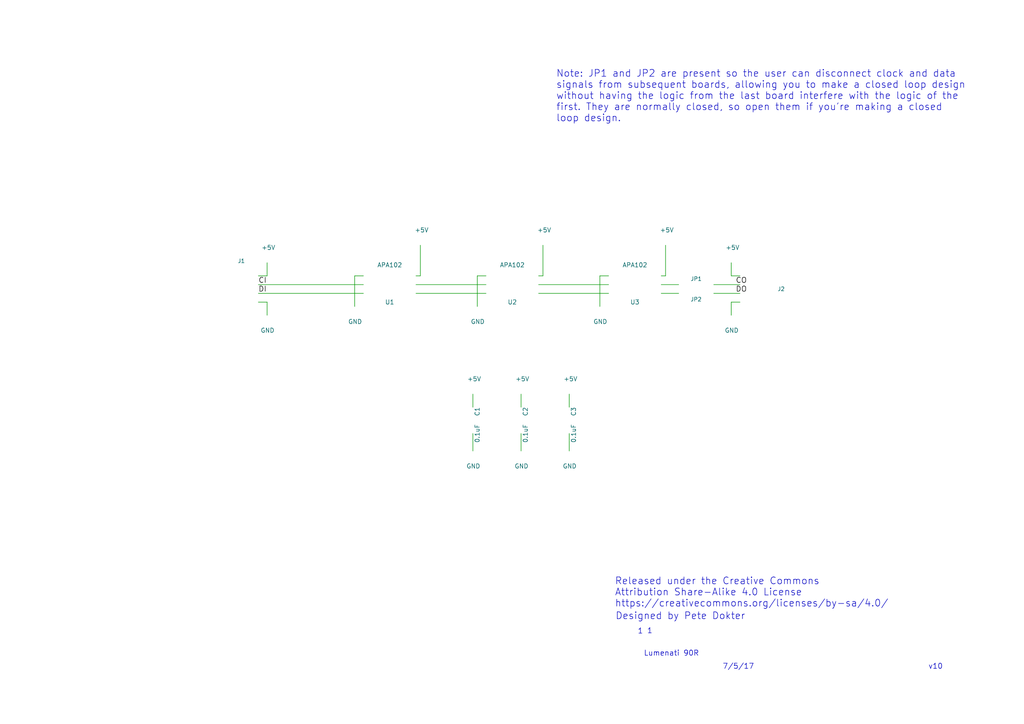
<source format=kicad_sch>
(kicad_sch (version 20230121) (generator eeschema)
  (paper "A4")
  (lib_symbols)
  (wire (pts (xy 74.93 85.09) (xy 105.41 85.09)))
  (wire (pts (xy 212.09 87.63) (xy 212.09 91.44)))
  (wire (pts (xy 151.13 125.73) (xy 151.13 130.81)))
  (wire (pts (xy 212.09 80.01) (xy 214.63 80.01)))
  (wire (pts (xy 138.43 80.01) (xy 140.97 80.01)))
  (wire (pts (xy 77.47 80.01) (xy 77.47 76.2)))
  (wire (pts (xy 102.87 80.01) (xy 102.87 88.9)))
  (wire (pts (xy 176.53 80.01) (xy 173.99 80.01)))
  (wire (pts (xy 212.09 76.2) (xy 212.09 80.01)))
  (wire (pts (xy 138.43 88.9) (xy 138.43 80.01)))
  (wire (pts (xy 120.65 82.55) (xy 140.97 82.55)))
  (wire (pts (xy 74.93 82.55) (xy 105.41 82.55)))
  (wire (pts (xy 196.85 82.55) (xy 191.77 82.55)))
  (wire (pts (xy 156.21 82.55) (xy 176.53 82.55)))
  (wire (pts (xy 207.01 82.55) (xy 214.63 82.55)))
  (wire (pts (xy 120.65 80.01) (xy 121.92 80.01)))
  (wire (pts (xy 165.1 114.3) (xy 165.1 118.11)))
  (wire (pts (xy 214.63 87.63) (xy 212.09 87.63)))
  (wire (pts (xy 74.93 80.01) (xy 77.47 80.01)))
  (wire (pts (xy 157.48 80.01) (xy 156.21 80.01)))
  (wire (pts (xy 120.65 85.09) (xy 140.97 85.09)))
  (wire (pts (xy 121.92 80.01) (xy 121.92 71.12)))
  (wire (pts (xy 74.93 87.63) (xy 77.47 87.63)))
  (wire (pts (xy 105.41 80.01) (xy 102.87 80.01)))
  (wire (pts (xy 137.16 125.73) (xy 137.16 130.81)))
  (wire (pts (xy 207.01 85.09) (xy 214.63 85.09)))
  (wire (pts (xy 137.16 114.3) (xy 137.16 118.11)))
  (wire (pts (xy 77.47 87.63) (xy 77.47 91.44)))
  (wire (pts (xy 193.04 80.01) (xy 191.77 80.01)))
  (wire (pts (xy 157.48 71.12) (xy 157.48 80.01)))
  (wire (pts (xy 173.99 80.01) (xy 173.99 88.9)))
  (wire (pts (xy 151.13 114.3) (xy 151.13 118.11)))
  (wire (pts (xy 165.1 125.73) (xy 165.1 130.81)))
  (wire (pts (xy 193.04 71.12) (xy 193.04 80.01)))
  (wire (pts (xy 156.21 85.09) (xy 176.53 85.09)))
  (wire (pts (xy 191.77 85.09) (xy 196.85 85.09)))
  (text "1" (at 184.912 184.0738 0) (effects (font (size 1.524 1.524)) (justify left bottom)))
  (text "Released under the Creative Commons\nAttribution Share-Alike 4.0 License\nhttps://creativecommons.org/licenses/by-sa/4.0/" (at 178.308 176.3014 0) (effects (font (size 2.0066 2.0066)) (justify left bottom)))
  (text "Lumenati 90R" (at 186.69 190.5 0) (effects (font (size 1.524 1.524)) (justify left bottom)))
  (text "Note: JP1 and JP2 are present so the user can disconnect clock and data\nsignals from subsequent boards, allowing you to make a closed loop design\nwithout having the logic from the last board interfere with the logic of the\nfirst. They are normally closed, so open them if you're making a closed\nloop design." (at 161.29 35.56 0) (effects (font (size 2.0066 2.0066)) (justify left bottom)))
  (text "Designed by Pete Dokter" (at 178.4604 179.959 0) (effects (font (size 2.0066 2.0066)) (justify left bottom)))
  (text "7/5/17" (at 209.55 194.31 0) (effects (font (size 1.524 1.524)) (justify left bottom)))
  (text "1" (at 187.6552 183.9976 0) (effects (font (size 1.524 1.524)) (justify left bottom)))
  (text "v10" (at 269.24 194.31 0) (effects (font (size 1.524 1.524)) (justify left bottom)))
  (label "DO" (at 213.36 85.09 0) (effects (font (size 1.524 1.524))))
  (label "CI" (at 74.93 82.55 0) (effects (font (size 1.524 1.524))))
  (label "DI" (at 74.93 85.09 0) (effects (font (size 1.524 1.524))))
  (label "CO" (at 213.36 82.55 0) (effects (font (size 1.524 1.524))))
  (symbol (lib_id "APA102") (at 113.03 82.55 0) (mirror x) (unit 1)
    (property "Reference" "U1" (at 113.03 87.63 0))
    (property "Value" "APA102" (at 113.03 76.8604 0))
    (property "Footprint" "Pete:APA102_3" (effects hide))
    (property "Datasheet" "DOCUMENTATION" (effects hide))
  )
  (symbol (lib_id "APA102") (at 148.59 82.55 0) (mirror x) (unit 1)
    (property "Reference" "U2" (at 148.59 87.63 0))
    (property "Value" "APA102" (at 148.59 76.8604 0))
    (property "Footprint" "Pete:APA102_3" (effects hide))
    (property "Datasheet" "DOCUMENTATION" (effects hide))
  )
  (symbol (lib_id "APA102") (at 184.15 82.55 0) (mirror x) (unit 1)
    (property "Reference" "U3" (at 184.15 87.63 0))
    (property "Value" "APA102" (at 184.15 76.8604 0))
    (property "Footprint" "Pete:APA102_3" (effects hide))
    (property "Datasheet" "DOCUMENTATION" (effects hide))
  )
  (symbol (lib_id "C") (at 137.16 121.92 180) (unit 1)
    (property "Reference" "C1" (at 138.43 119.38 90))
    (property "Value" "0.1uF" (at 138.43 125.73 90))
    (property "Footprint" "Pete:0603_revised" (effects hide))
  )
  (symbol (lib_id "C") (at 151.13 121.92 180) (unit 1)
    (property "Reference" "C2" (at 152.4 119.38 90))
    (property "Value" "0.1uF" (at 152.4 125.73 90))
    (property "Footprint" "Pete:0603_revised" (effects hide))
  )
  (symbol (lib_id "C") (at 165.1 121.92 180) (unit 1)
    (property "Reference" "C3" (at 166.37 119.38 90))
    (property "Value" "0.1uF" (at 166.37 125.73 90))
    (property "Footprint" "Pete:0603_revised" (effects hide))
  )
  (symbol (lib_id "+5V") (at 121.92 71.12 0) (unit 1)
    (property "Reference" "#PWR01" (effects hide))
    (property "Value" "+5V" (at 122.301 66.7258 0))
  )
  (symbol (lib_id "+5V") (at 77.47 76.2 0) (unit 1)
    (property "Reference" "#PWR02" (effects hide))
    (property "Value" "+5V" (at 77.851 71.8058 0))
  )
  (symbol (lib_id "GND") (at 77.47 91.44 0) (unit 1)
    (property "Reference" "#PWR03" (effects hide))
    (property "Value" "GND" (at 77.597 95.8342 0))
  )
  (symbol (lib_id "+5V") (at 157.48 71.12 0) (unit 1)
    (property "Reference" "#PWR04" (effects hide))
    (property "Value" "+5V" (at 157.861 66.7258 0))
  )
  (symbol (lib_id "+5V") (at 193.04 71.12 0) (unit 1)
    (property "Reference" "#PWR05" (effects hide))
    (property "Value" "+5V" (at 193.421 66.7258 0))
  )
  (symbol (lib_id "GND") (at 173.99 88.9 0) (unit 1)
    (property "Reference" "#PWR06" (effects hide))
    (property "Value" "GND" (at 174.117 93.2942 0))
  )
  (symbol (lib_id "GND") (at 138.43 88.9 0) (unit 1)
    (property "Reference" "#PWR07" (effects hide))
    (property "Value" "GND" (at 138.557 93.2942 0))
  )
  (symbol (lib_id "GND") (at 102.87 88.9 0) (unit 1)
    (property "Reference" "#PWR08" (effects hide))
    (property "Value" "GND" (at 102.997 93.2942 0))
  )
  (symbol (lib_id "OSHW-LOGOMINI") (at 158.75 184.15 0) (unit 1)
    (property "Reference" "LOGO2" (effects hide))
    (property "Value" "OSHW-LOGOMINI" (effects hide))
    (property "Footprint" "SparkFun:OSHW-LOGO-MINI" (effects hide))
  )
  (symbol (lib_id "SFE_LOGO_NAME_FLAME.1_INCH") (at 86.36 196.85 0) (unit 1)
    (property "Reference" "LOGO1" (effects hide))
    (property "Value" "SFE_LOGO_NAME_FLAME.1_INCH" (effects hide))
    (property "Footprint" "SparkFun:SFE_LOGO_NAME_FLAME_.1" (effects hide))
  )
  (symbol (lib_id "GND") (at 137.16 130.81 0) (unit 1)
    (property "Reference" "#PWR09" (effects hide))
    (property "Value" "GND" (at 137.287 135.2042 0))
  )
  (symbol (lib_id "GND") (at 151.13 130.81 0) (unit 1)
    (property "Reference" "#PWR010" (effects hide))
    (property "Value" "GND" (at 151.257 135.2042 0))
  )
  (symbol (lib_id "GND") (at 165.1 130.81 0) (unit 1)
    (property "Reference" "#PWR011" (effects hide))
    (property "Value" "GND" (at 165.227 135.2042 0))
  )
  (symbol (lib_id "+5V") (at 137.16 114.3 0) (unit 1)
    (property "Reference" "#PWR012" (effects hide))
    (property "Value" "+5V" (at 137.541 109.9058 0))
  )
  (symbol (lib_id "+5V") (at 151.13 114.3 0) (unit 1)
    (property "Reference" "#PWR013" (effects hide))
    (property "Value" "+5V" (at 151.511 109.9058 0))
  )
  (symbol (lib_id "+5V") (at 165.1 114.3 0) (unit 1)
    (property "Reference" "#PWR014" (effects hide))
    (property "Value" "+5V" (at 165.481 109.9058 0))
  )
  (symbol (lib_id "CONN_041X04_NO_SILK") (at 69.85 85.09 0) (unit 1)
    (property "Reference" "J1" (at 70.0024 75.692 0) (effects (font (size 1.143 1.143))))
    (property "Value" "CONN_041X04_NO_SILK" (effects hide))
    (property "Footprint" "SFE_Connectors:1X04_NO_SILK" (effects hide))
  )
  (symbol (lib_id "CONN_041X04_NO_SILK") (at 219.71 82.55 180) (unit 1)
    (property "Reference" "J2" (at 225.5012 83.82 0) (effects (font (size 1.143 1.143)) (justify right)))
    (property "Value" "CONN_041X04_NO_SILK" (effects hide))
    (property "Footprint" "SFE_Connectors:1X04_NO_SILK" (effects hide))
  )
  (symbol (lib_id "+5V") (at 212.09 76.2 0) (unit 1)
    (property "Reference" "#PWR015" (effects hide))
    (property "Value" "+5V" (at 212.471 71.8058 0))
  )
  (symbol (lib_id "GND") (at 212.09 91.44 0) (unit 1)
    (property "Reference" "#PWR016" (effects hide))
    (property "Value" "GND" (at 212.217 95.8342 0))
  )
  (symbol (lib_id "FIDUCIAL1X2") (at 281.94 162.56 0) (unit 1)
    (property "Reference" "FD2" (effects hide))
    (property "Value" "FIDUCIAL1X2" (effects hide))
    (property "Footprint" "Aesthetics:FIDUCIAL-1X2" (effects hide))
    (property "Datasheet" "XXX-00000" (effects hide))
  )
  (symbol (lib_id "FIDUCIAL1X2") (at 281.94 158.75 0) (unit 1)
    (property "Reference" "FD1" (effects hide))
    (property "Value" "FIDUCIAL1X2" (effects hide))
    (property "Footprint" "Aesthetics:FIDUCIAL-1X2" (effects hide))
    (property "Datasheet" "XXX-00000" (effects hide))
  )
  (symbol (lib_id "JUMPER-SMT_2_NC_TRACE_SILK") (at 201.93 82.55 0) (unit 1)
    (property "Reference" "JP1" (at 201.93 80.8736 0) (effects (font (size 1.143 1.143))))
    (property "Value" "JUMPER-SMT_2_NC_TRACE_SILK" (effects hide))
    (property "Footprint" "Jumpers:SMT-JUMPER_2_NC_TRACE_SILK" (effects hide))
    (property "Datasheet" "XXX-00000" (effects hide))
  )
  (symbol (lib_id "JUMPER-SMT_2_NC_TRACE_SILK") (at 201.93 85.09 0) (unit 1)
    (property "Reference" "JP2" (at 201.9046 86.8172 0) (effects (font (size 1.143 1.143))))
    (property "Value" "JUMPER-SMT_2_NC_TRACE_SILK" (effects hide))
    (property "Footprint" "Jumpers:SMT-JUMPER_2_NC_TRACE_SILK" (effects hide))
    (property "Datasheet" "XXX-00000" (effects hide))
  )
)
</source>
